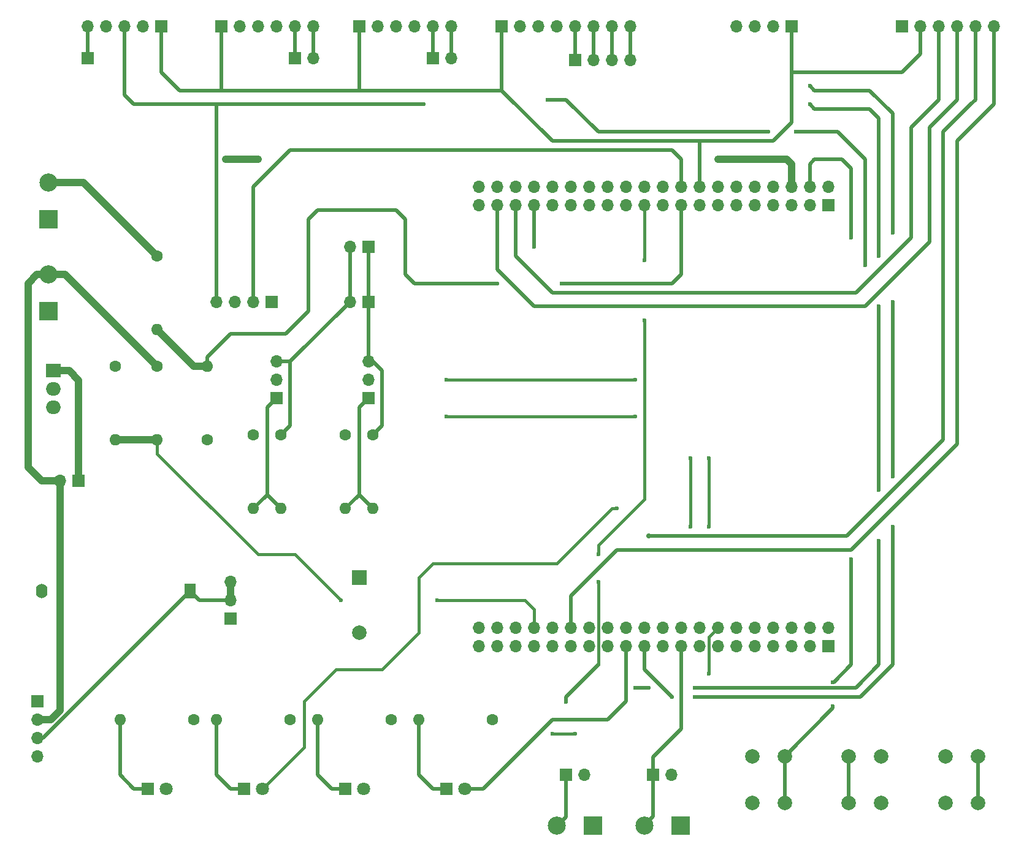
<source format=gtl>
%TF.GenerationSoftware,KiCad,Pcbnew,8.0.2*%
%TF.CreationDate,2024-05-12T20:24:48-06:00*%
%TF.ProjectId,devBoard,64657642-6f61-4726-942e-6b696361645f,rev?*%
%TF.SameCoordinates,Original*%
%TF.FileFunction,Copper,L1,Top*%
%TF.FilePolarity,Positive*%
%FSLAX46Y46*%
G04 Gerber Fmt 4.6, Leading zero omitted, Abs format (unit mm)*
G04 Created by KiCad (PCBNEW 8.0.2) date 2024-05-12 20:24:48*
%MOMM*%
%LPD*%
G01*
G04 APERTURE LIST*
%TA.AperFunction,ComponentPad*%
%ADD10R,1.700000X1.700000*%
%TD*%
%TA.AperFunction,ComponentPad*%
%ADD11O,1.700000X1.700000*%
%TD*%
%TA.AperFunction,ComponentPad*%
%ADD12R,2.000000X1.905000*%
%TD*%
%TA.AperFunction,ComponentPad*%
%ADD13O,2.000000X1.905000*%
%TD*%
%TA.AperFunction,ComponentPad*%
%ADD14C,2.000000*%
%TD*%
%TA.AperFunction,ComponentPad*%
%ADD15C,1.600000*%
%TD*%
%TA.AperFunction,ComponentPad*%
%ADD16O,1.600000X1.600000*%
%TD*%
%TA.AperFunction,ComponentPad*%
%ADD17R,2.500000X2.500000*%
%TD*%
%TA.AperFunction,ComponentPad*%
%ADD18C,2.500000*%
%TD*%
%TA.AperFunction,ComponentPad*%
%ADD19C,1.800000*%
%TD*%
%TA.AperFunction,ComponentPad*%
%ADD20R,1.800000X1.800000*%
%TD*%
%TA.AperFunction,ComponentPad*%
%ADD21R,2.000000X2.000000*%
%TD*%
%TA.AperFunction,ComponentPad*%
%ADD22O,1.600000X2.000000*%
%TD*%
%TA.AperFunction,ComponentPad*%
%ADD23R,1.600000X2.000000*%
%TD*%
%TA.AperFunction,ViaPad*%
%ADD24C,0.600000*%
%TD*%
%TA.AperFunction,ViaPad*%
%ADD25C,0.900000*%
%TD*%
%TA.AperFunction,ViaPad*%
%ADD26C,0.700000*%
%TD*%
%TA.AperFunction,Conductor*%
%ADD27C,0.400000*%
%TD*%
%TA.AperFunction,Conductor*%
%ADD28C,0.500000*%
%TD*%
%TA.AperFunction,Conductor*%
%ADD29C,1.000000*%
%TD*%
G04 APERTURE END LIST*
D10*
%TO.P,J26,1,Pin_1*%
%TO.N,Net-(J10-Pin_1)*%
X114617500Y-65405000D03*
D11*
%TO.P,J26,2,Pin_2*%
%TO.N,Net-(J10-Pin_2)*%
X112077500Y-65405000D03*
%TD*%
D10*
%TO.P,J25,1,Pin_1*%
%TO.N,12V_Keyed_Raw*%
X68897500Y-128270000D03*
D11*
%TO.P,J25,2,Pin_2*%
%TO.N,12_Power_In*%
X68897500Y-130810000D03*
%TO.P,J25,3,Pin_3*%
%TO.N,Batt*%
X68897500Y-133350000D03*
%TO.P,J25,4,Pin_4*%
%TO.N,GND*%
X68897500Y-135890000D03*
%TD*%
D10*
%TO.P,J20,1,Pin_1*%
%TO.N,GND*%
X188277500Y-34925000D03*
D11*
%TO.P,J20,2,Pin_2*%
%TO.N,+3.3V*%
X190817500Y-34925000D03*
%TO.P,J20,3,Pin_3*%
%TO.N,SPI2_MISO*%
X193357500Y-34925000D03*
%TO.P,J20,4,Pin_4*%
%TO.N,SPI2_MOSI*%
X195897500Y-34925000D03*
%TO.P,J20,5,Pin_5*%
%TO.N,SPI2_SCK*%
X198437500Y-34925000D03*
%TO.P,J20,6,Pin_6*%
%TO.N,SPI2_SD_CS*%
X200977500Y-34925000D03*
%TD*%
D10*
%TO.P,J19,1,Pin_1*%
%TO.N,GND*%
X101282500Y-73025000D03*
D11*
%TO.P,J19,2,Pin_2*%
%TO.N,+5V*%
X98742500Y-73025000D03*
%TO.P,J19,3,Pin_3*%
%TO.N,I2C1_SDA*%
X96202500Y-73025000D03*
%TO.P,J19,4,Pin_4*%
%TO.N,I2C1_SCL*%
X93662500Y-73025000D03*
%TD*%
D10*
%TO.P,J18,1,Pin_1*%
%TO.N,+3.3V*%
X173047500Y-34925000D03*
D11*
%TO.P,J18,2,Pin_2*%
%TO.N,UART1_TX*%
X170507500Y-34925000D03*
%TO.P,J18,3,Pin_3*%
%TO.N,UART1_RX*%
X167967500Y-34925000D03*
%TO.P,J18,4,Pin_4*%
%TO.N,GND*%
X165427500Y-34925000D03*
%TD*%
D10*
%TO.P,J16,1,Pin_1*%
%TO.N,+3.3V*%
X133032500Y-34925000D03*
D11*
%TO.P,J16,2,Pin_2*%
%TO.N,GND*%
X135572500Y-34925000D03*
%TO.P,J16,3,Pin_3*%
%TO.N,I2C1_SCL*%
X138112500Y-34925000D03*
%TO.P,J16,4,Pin_4*%
%TO.N,I2C1_SDA*%
X140652500Y-34925000D03*
%TO.P,J16,5,Pin_5*%
%TO.N,Net-(J16-Pin_5)*%
X143192500Y-34925000D03*
%TO.P,J16,6,Pin_6*%
%TO.N,Net-(J16-Pin_6)*%
X145732500Y-34925000D03*
%TO.P,J16,7,Pin_7*%
%TO.N,Net-(J16-Pin_7)*%
X148272500Y-34925000D03*
%TO.P,J16,8,Pin_8*%
%TO.N,Net-(J16-Pin_8)*%
X150812500Y-34925000D03*
%TD*%
D10*
%TO.P,J14,1,Pin_1*%
%TO.N,+3.3V*%
X113347500Y-34925000D03*
D11*
%TO.P,J14,2,Pin_2*%
%TO.N,GND*%
X115887500Y-34925000D03*
%TO.P,J14,3,Pin_3*%
%TO.N,I2C1_SCL*%
X118427500Y-34925000D03*
%TO.P,J14,4,Pin_4*%
%TO.N,I2C1_SDA*%
X120967500Y-34925000D03*
%TO.P,J14,5,Pin_5*%
%TO.N,Net-(J14-Pin_5)*%
X123507500Y-34925000D03*
%TO.P,J14,6,Pin_6*%
%TO.N,Net-(J14-Pin_6)*%
X126047500Y-34925000D03*
%TD*%
D10*
%TO.P,J17,1,Pin_1*%
%TO.N,+3.3V*%
X86042500Y-34925000D03*
D11*
%TO.P,J17,2,Pin_2*%
%TO.N,GND*%
X83502500Y-34925000D03*
%TO.P,J17,3,Pin_3*%
%TO.N,I2C1_SCL*%
X80962500Y-34925000D03*
%TO.P,J17,4,Pin_4*%
%TO.N,I2C1_SDA*%
X78422500Y-34925000D03*
%TO.P,J17,5,Pin_5*%
%TO.N,Net-(J17-Pin_5)*%
X75882500Y-34925000D03*
%TD*%
D10*
%TO.P,J15,1,Pin_1*%
%TO.N,+3.3V*%
X94297500Y-34925000D03*
D11*
%TO.P,J15,2,Pin_2*%
%TO.N,GND*%
X96837500Y-34925000D03*
%TO.P,J15,3,Pin_3*%
%TO.N,I2C1_SCL*%
X99377500Y-34925000D03*
%TO.P,J15,4,Pin_4*%
%TO.N,I2C1_SDA*%
X101917500Y-34925000D03*
%TO.P,J15,5,Pin_5*%
%TO.N,Net-(J15-Pin_5)*%
X104457500Y-34925000D03*
%TO.P,J15,6,Pin_6*%
%TO.N,Net-(J15-Pin_6)*%
X106997500Y-34925000D03*
%TD*%
D10*
%TO.P,J2,1,Pin_1*%
%TO.N,Spare_DQ_2*%
X178117500Y-120650000D03*
D11*
%TO.P,J2,2,Pin_2*%
%TO.N,Spare_DQ_1*%
X178117500Y-118110000D03*
%TO.P,J2,3,Pin_3*%
%TO.N,I2C1_SCL*%
X175577500Y-120650000D03*
%TO.P,J2,4,Pin_4*%
%TO.N,UART6_TX*%
X175577500Y-118110000D03*
%TO.P,J2,5,Pin_5*%
%TO.N,I2C1_SDA*%
X173037500Y-120650000D03*
%TO.P,J2,6,Pin_6*%
%TO.N,unconnected-(J2-Pin_6-Pad6)*%
X173037500Y-118110000D03*
%TO.P,J2,7,Pin_7*%
%TO.N,unconnected-(J2-Pin_7-Pad7)*%
X170497500Y-120650000D03*
%TO.P,J2,8,Pin_8*%
%TO.N,unconnected-(J2-Pin_8-Pad8)*%
X170497500Y-118110000D03*
%TO.P,J2,9,Pin_9*%
%TO.N,GND*%
X167957500Y-120650000D03*
%TO.P,J2,10,Pin_10*%
%TO.N,unconnected-(J2-Pin_10-Pad10)*%
X167957500Y-118110000D03*
%TO.P,J2,11,Pin_11*%
%TO.N,unconnected-(J2-Pin_11-Pad11)*%
X165417500Y-120650000D03*
%TO.P,J2,12,Pin_12*%
%TO.N,Net-(D2-A)*%
X165417500Y-118110000D03*
%TO.P,J2,13,Pin_13*%
%TO.N,Spare_AI_1*%
X162877500Y-120650000D03*
%TO.P,J2,14,Pin_14*%
%TO.N,Net-(D3-A)*%
X162877500Y-118110000D03*
%TO.P,J2,15,Pin_15*%
%TO.N,Spare_AI_2*%
X160337500Y-120650000D03*
%TO.P,J2,16,Pin_16*%
%TO.N,unconnected-(J2-Pin_16-Pad16)*%
X160337500Y-118110000D03*
%TO.P,J2,17,Pin_17*%
%TO.N,Toggle_Security*%
X157797500Y-120650000D03*
%TO.P,J2,18,Pin_18*%
%TO.N,unconnected-(J2-Pin_18-Pad18)*%
X157797500Y-118110000D03*
%TO.P,J2,19,Pin_19*%
%TO.N,UART6_RX*%
X155257500Y-120650000D03*
%TO.P,J2,20,Pin_20*%
%TO.N,unconnected-(J2-Pin_20-Pad20)*%
X155257500Y-118110000D03*
%TO.P,J2,21,Pin_21*%
%TO.N,UART1_TX*%
X152717500Y-120650000D03*
%TO.P,J2,22,Pin_22*%
%TO.N,unconnected-(J2-Pin_22-Pad22)*%
X152717500Y-118110000D03*
%TO.P,J2,23,Pin_23*%
%TO.N,Net-(D4-A)*%
X150177500Y-120650000D03*
%TO.P,J2,24,Pin_24*%
%TO.N,unconnected-(J2-Pin_24-Pad24)*%
X150177500Y-118110000D03*
%TO.P,J2,25,Pin_25*%
%TO.N,SPI2_SCK*%
X147637500Y-120650000D03*
%TO.P,J2,26,Pin_26*%
%TO.N,unconnected-(J2-Pin_26-Pad26)*%
X147637500Y-118110000D03*
%TO.P,J2,27,Pin_27*%
%TO.N,Net-(BZ1-+)*%
X145097500Y-120650000D03*
%TO.P,J2,28,Pin_28*%
%TO.N,unconnected-(J2-Pin_28-Pad28)*%
X145097500Y-118110000D03*
%TO.P,J2,29,Pin_29*%
%TO.N,Spare_DI_2*%
X142557500Y-120650000D03*
%TO.P,J2,30,Pin_30*%
%TO.N,SPI2_SD_CS*%
X142557500Y-118110000D03*
%TO.P,J2,31,Pin_31*%
%TO.N,unconnected-(J2-Pin_31-Pad31)*%
X140017500Y-120650000D03*
%TO.P,J2,32,Pin_32*%
%TO.N,unconnected-(J2-Pin_32-Pad32)*%
X140017500Y-118110000D03*
%TO.P,J2,33,Pin_33*%
%TO.N,UART1_RX*%
X137477500Y-120650000D03*
%TO.P,J2,34,Pin_34*%
%TO.N,SystemVoltage*%
X137477500Y-118110000D03*
%TO.P,J2,35,Pin_35*%
%TO.N,UART_TX*%
X134937500Y-120650000D03*
%TO.P,J2,36,Pin_36*%
%TO.N,unconnected-(J2-Pin_36-Pad36)*%
X134937500Y-118110000D03*
%TO.P,J2,37,Pin_37*%
%TO.N,UART_RX*%
X132397500Y-120650000D03*
%TO.P,J2,38,Pin_38*%
%TO.N,unconnected-(J2-Pin_38-Pad38)*%
X132397500Y-118110000D03*
%TO.P,J2,39,Pin_39*%
%TO.N,unconnected-(J2-Pin_39-Pad39)*%
X129857500Y-120650000D03*
%TO.P,J2,40,Pin_40*%
%TO.N,unconnected-(J2-Pin_40-Pad40)*%
X129857500Y-118110000D03*
%TD*%
D10*
%TO.P,J1,1,Pin_1*%
%TO.N,Spare_DI_1*%
X178117500Y-59690000D03*
D11*
%TO.P,J1,2,Pin_2*%
%TO.N,Net-(J1-Pin_2)*%
X178117500Y-57150000D03*
%TO.P,J1,3,Pin_3*%
%TO.N,Net-(J1-Pin_3)*%
X175577500Y-59690000D03*
%TO.P,J1,4,Pin_4*%
%TO.N,Net-(J1-Pin_4)*%
X175577500Y-57150000D03*
%TO.P,J1,5,Pin_5*%
%TO.N,unconnected-(J1-Pin_5-Pad5)*%
X173037500Y-59690000D03*
%TO.P,J1,6,Pin_6*%
%TO.N,E5V*%
X173037500Y-57150000D03*
%TO.P,J1,7,Pin_7*%
%TO.N,unconnected-(J1-Pin_7-Pad7)*%
X170497500Y-59690000D03*
%TO.P,J1,8,Pin_8*%
%TO.N,GND*%
X170497500Y-57150000D03*
%TO.P,J1,9,Pin_9*%
%TO.N,unconnected-(J1-Pin_9-Pad9)*%
X167957500Y-59690000D03*
%TO.P,J1,10,Pin_10*%
%TO.N,unconnected-(J1-Pin_10-Pad10)*%
X167957500Y-57150000D03*
%TO.P,J1,11,Pin_11*%
%TO.N,unconnected-(J1-Pin_11-Pad11)*%
X165417500Y-59690000D03*
%TO.P,J1,12,Pin_12*%
%TO.N,unconnected-(J1-Pin_12-Pad12)*%
X165417500Y-57150000D03*
%TO.P,J1,13,Pin_13*%
%TO.N,unconnected-(J1-Pin_13-Pad13)*%
X162877500Y-59690000D03*
%TO.P,J1,14,Pin_14*%
%TO.N,unconnected-(J1-Pin_14-Pad14)*%
X162877500Y-57150000D03*
%TO.P,J1,15,Pin_15*%
%TO.N,unconnected-(J1-Pin_15-Pad15)*%
X160337500Y-59690000D03*
%TO.P,J1,16,Pin_16*%
%TO.N,+3.3V*%
X160337500Y-57150000D03*
%TO.P,J1,17,Pin_17*%
%TO.N,12V_Signal_Keyed*%
X157797500Y-59690000D03*
%TO.P,J1,18,Pin_18*%
%TO.N,+5V*%
X157797500Y-57150000D03*
%TO.P,J1,19,Pin_19*%
%TO.N,unconnected-(J1-Pin_19-Pad19)*%
X155257500Y-59690000D03*
%TO.P,J1,20,Pin_20*%
%TO.N,GND*%
X155257500Y-57150000D03*
%TO.P,J1,21,Pin_21*%
%TO.N,Toggle_Datalogging*%
X152717500Y-59690000D03*
%TO.P,J1,22,Pin_22*%
%TO.N,GND*%
X152717500Y-57150000D03*
%TO.P,J1,23,Pin_23*%
%TO.N,unconnected-(J1-Pin_23-Pad23)*%
X150177500Y-59690000D03*
%TO.P,J1,24,Pin_24*%
%TO.N,unconnected-(J1-Pin_24-Pad24)*%
X150177500Y-57150000D03*
%TO.P,J1,25,Pin_25*%
%TO.N,unconnected-(J1-Pin_25-Pad25)*%
X147637500Y-59690000D03*
%TO.P,J1,26,Pin_26*%
%TO.N,unconnected-(J1-Pin_26-Pad26)*%
X147637500Y-57150000D03*
%TO.P,J1,27,Pin_27*%
%TO.N,unconnected-(J1-Pin_27-Pad27)*%
X145097500Y-59690000D03*
%TO.P,J1,28,Pin_28*%
%TO.N,unconnected-(J1-Pin_28-Pad28)*%
X145097500Y-57150000D03*
%TO.P,J1,29,Pin_29*%
%TO.N,unconnected-(J1-Pin_29-Pad29)*%
X142557500Y-59690000D03*
%TO.P,J1,30,Pin_30*%
%TO.N,unconnected-(J1-Pin_30-Pad30)*%
X142557500Y-57150000D03*
%TO.P,J1,31,Pin_31*%
%TO.N,unconnected-(J1-Pin_31-Pad31)*%
X140017500Y-59690000D03*
%TO.P,J1,32,Pin_32*%
%TO.N,unconnected-(J1-Pin_32-Pad32)*%
X140017500Y-57150000D03*
%TO.P,J1,33,Pin_33*%
%TO.N,VBatt*%
X137477500Y-59690000D03*
%TO.P,J1,34,Pin_34*%
%TO.N,unconnected-(J1-Pin_34-Pad34)*%
X137477500Y-57150000D03*
%TO.P,J1,35,Pin_35*%
%TO.N,SPI2_MISO*%
X134937500Y-59690000D03*
%TO.P,J1,36,Pin_36*%
%TO.N,unconnected-(J1-Pin_36-Pad36)*%
X134937500Y-57150000D03*
%TO.P,J1,37,Pin_37*%
%TO.N,SPI2_MOSI*%
X132397500Y-59690000D03*
%TO.P,J1,38,Pin_38*%
%TO.N,unconnected-(J1-Pin_38-Pad38)*%
X132397500Y-57150000D03*
%TO.P,J1,39,Pin_39*%
%TO.N,unconnected-(J1-Pin_39-Pad39)*%
X129857500Y-59690000D03*
%TO.P,J1,40,Pin_40*%
%TO.N,unconnected-(J1-Pin_40-Pad40)*%
X129857500Y-57150000D03*
%TD*%
D10*
%TO.P,J24,1,Pin_1*%
%TO.N,Net-(J17-Pin_5)*%
X75882500Y-39370000D03*
%TD*%
%TO.P,J23,1,Pin_1*%
%TO.N,Net-(J16-Pin_5)*%
X143177500Y-39580000D03*
D11*
%TO.P,J23,2,Pin_2*%
%TO.N,Net-(J16-Pin_6)*%
X145717500Y-39580000D03*
%TO.P,J23,3,Pin_3*%
%TO.N,Net-(J16-Pin_7)*%
X148257500Y-39580000D03*
%TO.P,J23,4,Pin_4*%
%TO.N,Net-(J16-Pin_8)*%
X150797500Y-39580000D03*
%TD*%
D10*
%TO.P,J22,1,Pin_1*%
%TO.N,Net-(J14-Pin_5)*%
X123507500Y-39370000D03*
D11*
%TO.P,J22,2,Pin_2*%
%TO.N,Net-(J14-Pin_6)*%
X126047500Y-39370000D03*
%TD*%
D10*
%TO.P,J21,1,Pin_1*%
%TO.N,Net-(J15-Pin_5)*%
X104457500Y-39370000D03*
D11*
%TO.P,J21,2,Pin_2*%
%TO.N,Net-(J15-Pin_6)*%
X106997500Y-39370000D03*
%TD*%
D12*
%TO.P,U1,1,IN*%
%TO.N,Net-(J4-Pin_1)*%
X71132500Y-82550000D03*
D13*
%TO.P,U1,2,GND*%
%TO.N,GND*%
X71132500Y-85090000D03*
%TO.P,U1,3,OUT*%
%TO.N,E5V*%
X71132500Y-87630000D03*
%TD*%
D14*
%TO.P,SW3,1,1*%
%TO.N,Net-(J1-Pin_2)*%
X198782500Y-135815000D03*
X198782500Y-142315000D03*
%TO.P,SW3,2,2*%
%TO.N,GND*%
X194282500Y-135815000D03*
X194282500Y-142315000D03*
%TD*%
%TO.P,SW2,1,1*%
%TO.N,GND*%
X185447500Y-135815000D03*
X185447500Y-142315000D03*
%TO.P,SW2,2,2*%
%TO.N,Net-(J1-Pin_3)*%
X180947500Y-135815000D03*
X180947500Y-142315000D03*
%TD*%
%TO.P,SW1,1,1*%
%TO.N,Net-(J1-Pin_4)*%
X172112500Y-135815000D03*
X172112500Y-142315000D03*
%TO.P,SW1,2,2*%
%TO.N,GND*%
X167612500Y-135815000D03*
X167612500Y-142315000D03*
%TD*%
D15*
%TO.P,R12,1*%
%TO.N,GND*%
X98742500Y-91440000D03*
D16*
%TO.P,R12,2*%
%TO.N,Net-(J12-Pin_1)*%
X98742500Y-101600000D03*
%TD*%
D15*
%TO.P,R11,1*%
%TO.N,Net-(J10-Pin_2)*%
X102552500Y-91440000D03*
D16*
%TO.P,R11,2*%
%TO.N,Net-(J12-Pin_1)*%
X102552500Y-101600000D03*
%TD*%
D15*
%TO.P,R10,1*%
%TO.N,GND*%
X111442500Y-91440000D03*
D16*
%TO.P,R10,2*%
%TO.N,Net-(J11-Pin_1)*%
X111442500Y-101600000D03*
%TD*%
%TO.P,R9,2*%
%TO.N,Net-(J11-Pin_1)*%
X115252500Y-101600000D03*
D15*
%TO.P,R9,1*%
%TO.N,Net-(J10-Pin_1)*%
X115252500Y-91440000D03*
%TD*%
%TO.P,R8,1*%
%TO.N,GND*%
X79697500Y-81915000D03*
D16*
%TO.P,R8,2*%
%TO.N,SystemVoltage*%
X79697500Y-92075000D03*
%TD*%
D15*
%TO.P,R7,1*%
%TO.N,12_Power_In*%
X85412500Y-81915000D03*
D16*
%TO.P,R7,2*%
%TO.N,SystemVoltage*%
X85412500Y-92075000D03*
%TD*%
D15*
%TO.P,R6,1*%
%TO.N,GND*%
X131762500Y-130810000D03*
D16*
%TO.P,R6,2*%
%TO.N,Net-(D4-K)*%
X121602500Y-130810000D03*
%TD*%
D15*
%TO.P,R5,1*%
%TO.N,GND*%
X92397500Y-92075000D03*
D16*
%TO.P,R5,2*%
%TO.N,12V_Signal_Keyed*%
X92397500Y-81915000D03*
%TD*%
D15*
%TO.P,R4,1*%
%TO.N,12V_Keyed_Raw*%
X85407500Y-66675000D03*
D16*
%TO.P,R4,2*%
%TO.N,12V_Signal_Keyed*%
X85407500Y-76835000D03*
%TD*%
D15*
%TO.P,R3,1*%
%TO.N,GND*%
X90487500Y-130810000D03*
D16*
%TO.P,R3,2*%
%TO.N,Net-(D1-K)*%
X80327500Y-130810000D03*
%TD*%
D15*
%TO.P,R2,1*%
%TO.N,GND*%
X117792500Y-130810000D03*
D16*
%TO.P,R2,2*%
%TO.N,Net-(D3-K)*%
X107632500Y-130810000D03*
%TD*%
D15*
%TO.P,R1,1*%
%TO.N,GND*%
X103822500Y-130810000D03*
D16*
%TO.P,R1,2*%
%TO.N,Net-(D2-K)*%
X93662500Y-130810000D03*
%TD*%
D11*
%TO.P,J13,3,Pin_3*%
%TO.N,Batt*%
X95567500Y-111745000D03*
%TO.P,J13,2,Pin_2*%
X95567500Y-114285000D03*
D10*
%TO.P,J13,1,Pin_1*%
%TO.N,VBatt*%
X95567500Y-116825000D03*
%TD*%
%TO.P,J12,1,Pin_1*%
%TO.N,Net-(J12-Pin_1)*%
X101917500Y-86360000D03*
D11*
%TO.P,J12,2,Pin_2*%
%TO.N,Spare_AI_2*%
X101917500Y-83820000D03*
%TO.P,J12,3,Pin_3*%
%TO.N,Net-(J10-Pin_2)*%
X101917500Y-81280000D03*
%TD*%
D10*
%TO.P,J11,1,Pin_1*%
%TO.N,Net-(J11-Pin_1)*%
X114617500Y-86360000D03*
D11*
%TO.P,J11,2,Pin_2*%
%TO.N,Spare_AI_1*%
X114617500Y-83820000D03*
%TO.P,J11,3,Pin_3*%
%TO.N,Net-(J10-Pin_1)*%
X114617500Y-81280000D03*
%TD*%
D10*
%TO.P,J10,1,Pin_1*%
%TO.N,Net-(J10-Pin_1)*%
X114622500Y-73025000D03*
D11*
%TO.P,J10,2,Pin_2*%
%TO.N,Net-(J10-Pin_2)*%
X112082500Y-73025000D03*
%TD*%
D10*
%TO.P,J9,1,Pin_1*%
%TO.N,Toggle_Datalogging*%
X141877500Y-138430000D03*
D11*
%TO.P,J9,2,Pin_2*%
%TO.N,GND*%
X144417500Y-138430000D03*
%TD*%
D17*
%TO.P,J8,1,Pin_1*%
%TO.N,GND*%
X145652500Y-145415000D03*
D18*
%TO.P,J8,2,Pin_2*%
%TO.N,Toggle_Datalogging*%
X140652500Y-145415000D03*
%TD*%
D10*
%TO.P,J7,1,Pin_1*%
%TO.N,Toggle_Security*%
X153947500Y-138430000D03*
D11*
%TO.P,J7,2,Pin_2*%
%TO.N,GND*%
X156487500Y-138430000D03*
%TD*%
D17*
%TO.P,J6,1,Pin_1*%
%TO.N,GND*%
X157717500Y-145415000D03*
D18*
%TO.P,J6,2,Pin_2*%
%TO.N,Toggle_Security*%
X152717500Y-145415000D03*
%TD*%
%TO.P,J5,2,Pin_2*%
%TO.N,12V_Keyed_Raw*%
X70467500Y-56555000D03*
D17*
%TO.P,J5,1,Pin_1*%
%TO.N,GND*%
X70467500Y-61555000D03*
%TD*%
D10*
%TO.P,J4,1,Pin_1*%
%TO.N,Net-(J4-Pin_1)*%
X74617500Y-97790000D03*
D11*
%TO.P,J4,2,Pin_2*%
%TO.N,12_Power_In*%
X72077500Y-97790000D03*
%TD*%
D18*
%TO.P,J3,2,Pin_2*%
%TO.N,12_Power_In*%
X70467500Y-69255000D03*
D17*
%TO.P,J3,1,Pin_1*%
%TO.N,GND*%
X70467500Y-74255000D03*
%TD*%
D19*
%TO.P,D4,2,A*%
%TO.N,Net-(D4-A)*%
X127947500Y-140335000D03*
D20*
%TO.P,D4,1,K*%
%TO.N,Net-(D4-K)*%
X125407500Y-140335000D03*
%TD*%
%TO.P,D3,1,K*%
%TO.N,Net-(D3-K)*%
X111437500Y-140335000D03*
D19*
%TO.P,D3,2,A*%
%TO.N,Net-(D3-A)*%
X113977500Y-140335000D03*
%TD*%
D20*
%TO.P,D2,1,K*%
%TO.N,Net-(D2-K)*%
X97467500Y-140335000D03*
D19*
%TO.P,D2,2,A*%
%TO.N,Net-(D2-A)*%
X100007500Y-140335000D03*
%TD*%
%TO.P,D1,2,A*%
%TO.N,E5V*%
X86672500Y-140335000D03*
D20*
%TO.P,D1,1,K*%
%TO.N,Net-(D1-K)*%
X84132500Y-140335000D03*
%TD*%
D14*
%TO.P,BZ1,2,-*%
%TO.N,GND*%
X113347500Y-118735000D03*
D21*
%TO.P,BZ1,1,+*%
%TO.N,Net-(BZ1-+)*%
X113347500Y-111135000D03*
%TD*%
D22*
%TO.P,BT1,2,-*%
%TO.N,GND*%
X69487500Y-113030122D03*
D23*
%TO.P,BT1,1,+*%
%TO.N,Batt*%
X89987500Y-113030122D03*
%TD*%
D24*
%TO.N,Net-(D3-A)*%
X140017500Y-132715000D03*
X143192500Y-132715000D03*
X161607500Y-124460000D03*
%TO.N,SystemVoltage*%
X110807500Y-114300000D03*
X124142500Y-114300000D03*
%TO.N,Spare_AI_2*%
X159067500Y-104140000D03*
X159067500Y-94615000D03*
X151447500Y-88900000D03*
X125412500Y-88900000D03*
%TO.N,Spare_AI_1*%
X161607500Y-104140000D03*
X161607500Y-94615000D03*
X151447500Y-83820000D03*
X125412500Y-83820000D03*
%TO.N,VBatt*%
X137477500Y-65405000D03*
%TO.N,12V_Signal_Keyed*%
X132397500Y-70485000D03*
X141287500Y-70485000D03*
D25*
%TO.N,E5V*%
X94932500Y-53340000D03*
X99377500Y-53340000D03*
X162877500Y-53340000D03*
D24*
%TO.N,Net-(D2-A)*%
X148907500Y-101600000D03*
%TO.N,Toggle_Datalogging*%
X152717500Y-67310000D03*
X152717500Y-75565000D03*
X146367500Y-107950000D03*
X146367500Y-111760000D03*
X141877500Y-128315000D03*
%TO.N,Net-(J1-Pin_4)*%
X181292500Y-64135000D03*
X181292500Y-108585000D03*
X178752500Y-125615000D03*
X178752500Y-128905000D03*
%TO.N,I2C1_SCL*%
X183197500Y-67945000D03*
X169862500Y-49530000D03*
X139382500Y-45085000D03*
X173672500Y-49530000D03*
X118427500Y-45720000D03*
X99377500Y-45720000D03*
X122237500Y-45720000D03*
%TO.N,UART1_RX*%
X151447500Y-126365000D03*
X153352500Y-126365000D03*
X159702500Y-126365000D03*
X185102500Y-106045000D03*
X185102500Y-99060000D03*
X185102500Y-73660000D03*
X185102500Y-66675000D03*
X175577500Y-45720000D03*
%TO.N,UART1_TX*%
X156527500Y-127635000D03*
X159702500Y-127635000D03*
X187007500Y-104140000D03*
X187007500Y-97155000D03*
X187007500Y-73025000D03*
X187007500Y-63500000D03*
X175577500Y-43180000D03*
D26*
%TO.N,SPI2_SCK*%
X153352500Y-105410000D03*
%TD*%
D27*
%TO.N,Net-(D3-A)*%
X143192500Y-132715000D02*
X140017500Y-132715000D01*
X161607500Y-119380000D02*
X161607500Y-124460000D01*
X162877500Y-118110000D02*
X161607500Y-119380000D01*
%TO.N,SystemVoltage*%
X99377500Y-107950000D02*
X85412500Y-93985000D01*
X104457500Y-107950000D02*
X99377500Y-107950000D01*
X85412500Y-93985000D02*
X85412500Y-92075000D01*
X110807500Y-114300000D02*
X104457500Y-107950000D01*
X136207500Y-114300000D02*
X124142500Y-114300000D01*
X137477500Y-118110000D02*
X137477500Y-115570000D01*
X137477500Y-115570000D02*
X136207500Y-114300000D01*
%TO.N,Spare_AI_2*%
X159067500Y-94615000D02*
X159067500Y-104140000D01*
X125412500Y-88900000D02*
X151447500Y-88900000D01*
%TO.N,Spare_AI_1*%
X161607500Y-94615000D02*
X161607500Y-104140000D01*
X125412500Y-83820000D02*
X151447500Y-83820000D01*
D28*
%TO.N,VBatt*%
X137477500Y-59690000D02*
X137477500Y-65405000D01*
%TO.N,12V_Signal_Keyed*%
X92397500Y-80640000D02*
X92397500Y-81915000D01*
X95567500Y-77470000D02*
X92397500Y-80640000D01*
X103187500Y-77470000D02*
X95567500Y-77470000D01*
X106362500Y-74295000D02*
X103187500Y-77470000D01*
X107632500Y-60325000D02*
X106362500Y-61595000D01*
X118427500Y-60325000D02*
X107632500Y-60325000D01*
X119697500Y-61595000D02*
X118427500Y-60325000D01*
X119697500Y-69215000D02*
X119697500Y-61595000D01*
X106362500Y-61595000D02*
X106362500Y-74295000D01*
X120967500Y-70485000D02*
X119697500Y-69215000D01*
X132397500Y-70485000D02*
X120967500Y-70485000D01*
X156527500Y-70485000D02*
X141287500Y-70485000D01*
X157797500Y-59690000D02*
X157797500Y-69215000D01*
X157797500Y-69215000D02*
X156527500Y-70485000D01*
D27*
%TO.N,Toggle_Datalogging*%
X152717500Y-67310000D02*
X152717500Y-59690000D01*
D29*
%TO.N,E5V*%
X99377500Y-53340000D02*
X94932500Y-53340000D01*
X172402500Y-53340000D02*
X162877500Y-53340000D01*
X173037500Y-57150000D02*
X173037500Y-53975000D01*
X173037500Y-53975000D02*
X172402500Y-53340000D01*
D27*
%TO.N,Net-(D2-A)*%
X105727500Y-134615000D02*
X100007500Y-140335000D01*
X110172500Y-123825000D02*
X105727500Y-128270000D01*
X105727500Y-128270000D02*
X105727500Y-134615000D01*
X116522500Y-123825000D02*
X110172500Y-123825000D01*
X121602500Y-118745000D02*
X116522500Y-123825000D01*
X123507500Y-109220000D02*
X121602500Y-111125000D01*
X121602500Y-111125000D02*
X121602500Y-118745000D01*
X148272500Y-101600000D02*
X140652500Y-109220000D01*
X148907500Y-101600000D02*
X148272500Y-101600000D01*
X140652500Y-109220000D02*
X123507500Y-109220000D01*
%TO.N,Toggle_Datalogging*%
X152717500Y-100330000D02*
X152717500Y-75565000D01*
X146367500Y-106680000D02*
X152717500Y-100330000D01*
X146367500Y-107950000D02*
X146367500Y-106680000D01*
X146367500Y-121218478D02*
X146367500Y-111760000D01*
X146367500Y-123190000D02*
X146367500Y-121218478D01*
D28*
X141922500Y-127635000D02*
X146367500Y-123190000D01*
X141922500Y-128270000D02*
X141922500Y-127635000D01*
X141877500Y-128315000D02*
X141922500Y-128270000D01*
%TO.N,Net-(J1-Pin_4)*%
X175577500Y-53975000D02*
X175577500Y-57150000D01*
X176212500Y-53340000D02*
X175577500Y-53975000D01*
X180022500Y-53340000D02*
X176212500Y-53340000D01*
X181292500Y-54610000D02*
X180022500Y-53340000D01*
X181292500Y-64135000D02*
X181292500Y-54610000D01*
X181292500Y-123190000D02*
X181292500Y-108585000D01*
X178867500Y-125615000D02*
X181292500Y-123190000D01*
X178752500Y-125615000D02*
X178867500Y-125615000D01*
X178752500Y-129175000D02*
X178752500Y-128905000D01*
X172112500Y-135815000D02*
X178752500Y-129175000D01*
%TO.N,I2C1_SCL*%
X183197500Y-57150000D02*
X183197500Y-67945000D01*
X183197500Y-53340000D02*
X183197500Y-57150000D01*
X179387500Y-49530000D02*
X183197500Y-53340000D01*
X173672500Y-49530000D02*
X179387500Y-49530000D01*
X146367500Y-49530000D02*
X147637500Y-49530000D01*
X141922500Y-45085000D02*
X146367500Y-49530000D01*
X139382500Y-45085000D02*
X141922500Y-45085000D01*
X147637500Y-49530000D02*
X169862500Y-49530000D01*
X93662500Y-73025000D02*
X93662500Y-45720000D01*
X93662500Y-45720000D02*
X82232500Y-45720000D01*
X122237500Y-45720000D02*
X93662500Y-45720000D01*
X80962500Y-44450000D02*
X80962500Y-34925000D01*
X82232500Y-45720000D02*
X80962500Y-44450000D01*
%TO.N,UART1_RX*%
X153352500Y-126365000D02*
X151447500Y-126365000D01*
X181927500Y-126365000D02*
X159702500Y-126365000D01*
X185102500Y-123190000D02*
X181927500Y-126365000D01*
X185102500Y-106045000D02*
X185102500Y-123190000D01*
X185102500Y-73660000D02*
X185102500Y-99060000D01*
X185102500Y-47625000D02*
X185102500Y-66675000D01*
X183832500Y-46355000D02*
X185102500Y-47625000D01*
X176212500Y-46355000D02*
X183832500Y-46355000D01*
X175577500Y-45720000D02*
X176212500Y-46355000D01*
%TO.N,UART1_TX*%
X152717500Y-123825000D02*
X152717500Y-120650000D01*
X156527500Y-127635000D02*
X152717500Y-123825000D01*
X182562500Y-127635000D02*
X159702500Y-127635000D01*
X187007500Y-123190000D02*
X182562500Y-127635000D01*
X187007500Y-117475000D02*
X187007500Y-123190000D01*
X187007500Y-104140000D02*
X187007500Y-117475000D01*
X187007500Y-73025000D02*
X187007500Y-97155000D01*
X178117500Y-43815000D02*
X183832500Y-43815000D01*
X187007500Y-46990000D02*
X187007500Y-63500000D01*
X176212500Y-43815000D02*
X178117500Y-43815000D01*
X183832500Y-43815000D02*
X187007500Y-46990000D01*
X175577500Y-43180000D02*
X176212500Y-43815000D01*
%TO.N,SPI2_MISO*%
X134937500Y-66675000D02*
X134937500Y-59690000D01*
X140017500Y-71755000D02*
X134937500Y-66675000D01*
X181927500Y-71755000D02*
X140017500Y-71755000D01*
X189547500Y-64135000D02*
X181927500Y-71755000D01*
X189547500Y-48895000D02*
X189547500Y-64135000D01*
X193357500Y-45085000D02*
X189547500Y-48895000D01*
X193357500Y-34925000D02*
X193357500Y-45085000D01*
%TO.N,SPI2_MOSI*%
X137477500Y-73660000D02*
X132397500Y-68580000D01*
X132397500Y-68580000D02*
X132397500Y-59690000D01*
X183197500Y-73660000D02*
X137477500Y-73660000D01*
X192087500Y-48895000D02*
X192087500Y-64770000D01*
X192087500Y-64770000D02*
X183197500Y-73660000D01*
X195897500Y-34925000D02*
X195897500Y-45085000D01*
X195897500Y-45085000D02*
X192087500Y-48895000D01*
%TO.N,SPI2_SCK*%
X174307500Y-105410000D02*
X153352500Y-105410000D01*
X180657500Y-105410000D02*
X174307500Y-105410000D01*
X193992500Y-92075000D02*
X180657500Y-105410000D01*
X193992500Y-91440000D02*
X193992500Y-92075000D01*
X193992500Y-53975000D02*
X193992500Y-91440000D01*
X193992500Y-49530000D02*
X193992500Y-53975000D01*
X197802500Y-45720000D02*
X193992500Y-49530000D01*
X198437500Y-45085000D02*
X197802500Y-45720000D01*
X198437500Y-34925000D02*
X198437500Y-45085000D01*
%TO.N,SPI2_SD_CS*%
X148907500Y-107315000D02*
X142557500Y-113665000D01*
X142557500Y-113665000D02*
X142557500Y-118110000D01*
X195897500Y-92710000D02*
X181292500Y-107315000D01*
X195897500Y-50800000D02*
X195897500Y-92710000D01*
X181292500Y-107315000D02*
X148907500Y-107315000D01*
X200977500Y-45720000D02*
X195897500Y-50800000D01*
X200977500Y-34925000D02*
X200977500Y-45720000D01*
%TO.N,Net-(J16-Pin_5)*%
X143192500Y-39565000D02*
X143177500Y-39580000D01*
X143192500Y-34925000D02*
X143192500Y-39565000D01*
%TO.N,Net-(J16-Pin_8)*%
X150797500Y-34940000D02*
X150812500Y-34925000D01*
X150797500Y-39580000D02*
X150797500Y-34940000D01*
%TO.N,Net-(J16-Pin_7)*%
X148272500Y-39565000D02*
X148257500Y-39580000D01*
X148272500Y-34925000D02*
X148272500Y-39565000D01*
%TO.N,Net-(J16-Pin_6)*%
X145717500Y-34940000D02*
X145732500Y-34925000D01*
X145717500Y-39580000D02*
X145717500Y-34940000D01*
%TO.N,Net-(J14-Pin_6)*%
X126047500Y-34925000D02*
X126047500Y-39370000D01*
%TO.N,Net-(J14-Pin_5)*%
X123507500Y-39370000D02*
X123507500Y-34925000D01*
%TO.N,Net-(J15-Pin_6)*%
X106997500Y-34925000D02*
X106997500Y-39370000D01*
%TO.N,Net-(J15-Pin_5)*%
X104457500Y-39370000D02*
X104457500Y-34925000D01*
%TO.N,Net-(J17-Pin_5)*%
X75882500Y-39370000D02*
X75882500Y-34925000D01*
%TO.N,Toggle_Security*%
X157797500Y-132080000D02*
X157797500Y-120650000D01*
X153947500Y-135930000D02*
X157797500Y-132080000D01*
X153947500Y-138430000D02*
X153947500Y-135930000D01*
%TO.N,Net-(D4-A)*%
X147637500Y-130810000D02*
X150177500Y-128270000D01*
X130492500Y-140335000D02*
X140017500Y-130810000D01*
X140017500Y-130810000D02*
X147637500Y-130810000D01*
X127947500Y-140335000D02*
X130492500Y-140335000D01*
X150177500Y-128270000D02*
X150177500Y-120650000D01*
%TO.N,Net-(J1-Pin_2)*%
X198782500Y-135815000D02*
X198782500Y-142315000D01*
%TO.N,Net-(J1-Pin_3)*%
X180947500Y-135815000D02*
X180947500Y-142315000D01*
%TO.N,Net-(J1-Pin_4)*%
X172112500Y-135815000D02*
X172112500Y-142315000D01*
%TO.N,Toggle_Security*%
X153947500Y-144185000D02*
X152717500Y-145415000D01*
X153947500Y-138430000D02*
X153947500Y-144185000D01*
%TO.N,Toggle_Datalogging*%
X141877500Y-138430000D02*
X141877500Y-144190000D01*
X141877500Y-144190000D02*
X140652500Y-145415000D01*
%TO.N,Net-(J10-Pin_1)*%
X115252500Y-81280000D02*
X116522500Y-82550000D01*
X114617500Y-81280000D02*
X115252500Y-81280000D01*
X115252500Y-91440000D02*
X116522500Y-90170000D01*
X116522500Y-90170000D02*
X116522500Y-82550000D01*
%TO.N,Net-(J11-Pin_1)*%
X113347500Y-99695000D02*
X111442500Y-101600000D01*
X113347500Y-87630000D02*
X113347500Y-99695000D01*
X113347500Y-99695000D02*
X115252500Y-101600000D01*
X114617500Y-86360000D02*
X113347500Y-87630000D01*
%TO.N,Net-(J12-Pin_1)*%
X100647500Y-99695000D02*
X98742500Y-101600000D01*
X100647500Y-99695000D02*
X102552500Y-101600000D01*
X100647500Y-87630000D02*
X100647500Y-99695000D01*
X101917500Y-86360000D02*
X100647500Y-87630000D01*
%TO.N,Net-(J10-Pin_2)*%
X103827500Y-90165000D02*
X102552500Y-91440000D01*
X103827500Y-81280000D02*
X103827500Y-90165000D01*
X103827500Y-81280000D02*
X101917500Y-81280000D01*
X112082500Y-73025000D02*
X103827500Y-81280000D01*
X112082500Y-66045000D02*
X112082500Y-73025000D01*
X112077500Y-66040000D02*
X112082500Y-66045000D01*
X112077500Y-65405000D02*
X112077500Y-66040000D01*
%TO.N,Net-(J10-Pin_1)*%
X114617500Y-73030000D02*
X114622500Y-73025000D01*
X114617500Y-81280000D02*
X114617500Y-73030000D01*
X114622500Y-66045000D02*
X114622500Y-73025000D01*
X114617500Y-66040000D02*
X114622500Y-66045000D01*
X114617500Y-65405000D02*
X114617500Y-66040000D01*
D29*
%TO.N,12V_Signal_Keyed*%
X90487500Y-81915000D02*
X85407500Y-76835000D01*
X92397500Y-81915000D02*
X90487500Y-81915000D01*
%TO.N,SystemVoltage*%
X85412500Y-92075000D02*
X79697500Y-92075000D01*
%TO.N,Batt*%
X95567500Y-111745000D02*
X95567500Y-114285000D01*
D28*
X89987500Y-113030122D02*
X69667622Y-133350000D01*
X69667622Y-133350000D02*
X68897500Y-133350000D01*
X91242378Y-114285000D02*
X89987500Y-113030122D01*
X95567500Y-114285000D02*
X91242378Y-114285000D01*
D29*
%TO.N,12_Power_In*%
X72077500Y-129535000D02*
X72077500Y-97790000D01*
X70802500Y-130810000D02*
X72077500Y-129535000D01*
X68897500Y-130810000D02*
X70802500Y-130810000D01*
D28*
%TO.N,Net-(D4-K)*%
X121602500Y-138430000D02*
X121602500Y-130810000D01*
X123507500Y-140335000D02*
X121602500Y-138430000D01*
X125407500Y-140335000D02*
X123507500Y-140335000D01*
%TO.N,Net-(D3-K)*%
X107632500Y-138430000D02*
X107632500Y-130810000D01*
X109537500Y-140335000D02*
X107632500Y-138430000D01*
X111437500Y-140335000D02*
X109537500Y-140335000D01*
%TO.N,Net-(D2-K)*%
X93662500Y-138430000D02*
X93662500Y-130810000D01*
X95567500Y-140335000D02*
X93662500Y-138430000D01*
X97467500Y-140335000D02*
X95567500Y-140335000D01*
%TO.N,Net-(D1-K)*%
X80327500Y-138430000D02*
X80327500Y-130810000D01*
X82232500Y-140335000D02*
X80327500Y-138430000D01*
X84132500Y-140335000D02*
X82232500Y-140335000D01*
D29*
%TO.N,Net-(J4-Pin_1)*%
X74617500Y-83825000D02*
X74617500Y-97790000D01*
X73342500Y-82550000D02*
X74617500Y-83825000D01*
X71132500Y-82550000D02*
X73342500Y-82550000D01*
%TO.N,12_Power_In*%
X67627500Y-70485000D02*
X68857500Y-69255000D01*
X67627500Y-95885000D02*
X67627500Y-70485000D01*
X68857500Y-69255000D02*
X70467500Y-69255000D01*
X69532500Y-97790000D02*
X67627500Y-95885000D01*
X72077500Y-97790000D02*
X69532500Y-97790000D01*
X73342500Y-69850000D02*
X72747500Y-69255000D01*
X73347500Y-69850000D02*
X73342500Y-69850000D01*
X85412500Y-81915000D02*
X73347500Y-69850000D01*
X72747500Y-69255000D02*
X70467500Y-69255000D01*
%TO.N,12V_Keyed_Raw*%
X75287500Y-56555000D02*
X85407500Y-66675000D01*
X70467500Y-56555000D02*
X75287500Y-56555000D01*
D28*
%TO.N,+5V*%
X156527500Y-52070000D02*
X157797500Y-53340000D01*
X157797500Y-53340000D02*
X157797500Y-57150000D01*
X98742500Y-57150000D02*
X103822500Y-52070000D01*
X98742500Y-73025000D02*
X98742500Y-57150000D01*
X103822500Y-52070000D02*
X156527500Y-52070000D01*
%TO.N,+3.3V*%
X160337500Y-57150000D02*
X160337500Y-50800000D01*
X160337500Y-50800000D02*
X170497500Y-50800000D01*
X140017500Y-50800000D02*
X160337500Y-50800000D01*
X173037500Y-46990000D02*
X173047500Y-46980000D01*
X173037500Y-48260000D02*
X173037500Y-46990000D01*
X170497500Y-50800000D02*
X173037500Y-48260000D01*
X173047500Y-46980000D02*
X173047500Y-41265000D01*
X133032500Y-43815000D02*
X140017500Y-50800000D01*
X94297500Y-41275000D02*
X94297500Y-43815000D01*
X94297500Y-43815000D02*
X88582500Y-43815000D01*
X96837500Y-43815000D02*
X94297500Y-43815000D01*
X86042500Y-41275000D02*
X86042500Y-34925000D01*
X88582500Y-43815000D02*
X86042500Y-41275000D01*
X113347500Y-43815000D02*
X96837500Y-43815000D01*
X115887500Y-43815000D02*
X113347500Y-43815000D01*
X113347500Y-41275000D02*
X113347500Y-43815000D01*
X94297500Y-41275000D02*
X94297500Y-34925000D01*
X113347500Y-41275000D02*
X113347500Y-34925000D01*
X133032500Y-43815000D02*
X115887500Y-43815000D01*
X133032500Y-43815000D02*
X133032500Y-34925000D01*
X173037500Y-41275000D02*
X175577500Y-41275000D01*
X173047500Y-41265000D02*
X173037500Y-41275000D01*
X173047500Y-38745000D02*
X173047500Y-41265000D01*
X188277500Y-41275000D02*
X175577500Y-41275000D01*
X190817500Y-38735000D02*
X188277500Y-41275000D01*
X173047500Y-38745000D02*
X173047500Y-34925000D01*
X190817500Y-34925000D02*
X190817500Y-38735000D01*
%TD*%
M02*

</source>
